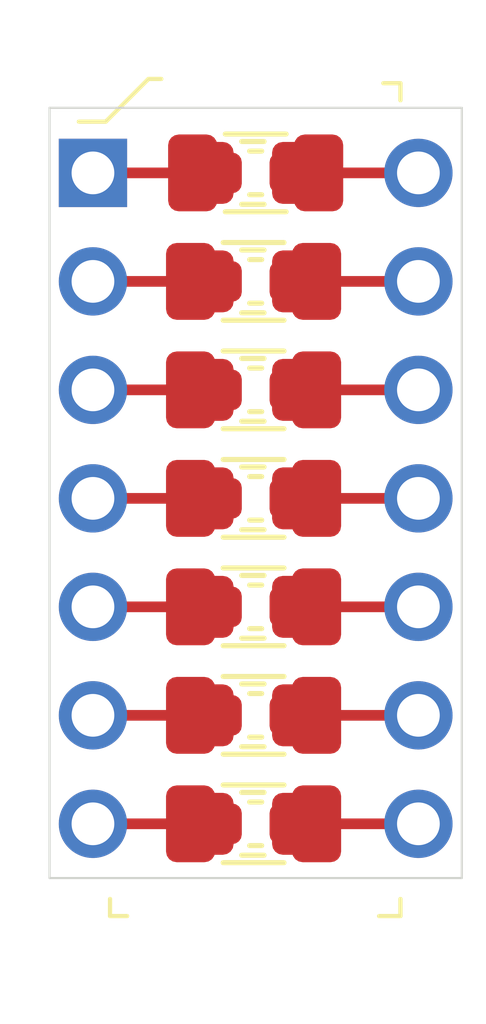
<source format=kicad_pcb>
(kicad_pcb (version 20171130) (host pcbnew 5.1.7-1.fc32)

  (general
    (thickness 1.6)
    (drawings 4)
    (tracks 14)
    (zones 0)
    (modules 22)
    (nets 1)
  )

  (page A4)
  (layers
    (0 F.Cu signal)
    (31 B.Cu signal)
    (32 B.Adhes user)
    (33 F.Adhes user)
    (34 B.Paste user)
    (35 F.Paste user)
    (36 B.SilkS user)
    (37 F.SilkS user)
    (38 B.Mask user)
    (39 F.Mask user)
    (40 Dwgs.User user)
    (41 Cmts.User user)
    (42 Eco1.User user)
    (43 Eco2.User user)
    (44 Edge.Cuts user)
    (45 Margin user)
    (46 B.CrtYd user)
    (47 F.CrtYd user)
    (48 B.Fab user)
    (49 F.Fab user)
  )

  (setup
    (last_trace_width 0.25)
    (trace_clearance 0.2)
    (zone_clearance 0.508)
    (zone_45_only no)
    (trace_min 0.2)
    (via_size 0.8)
    (via_drill 0.4)
    (via_min_size 0.4)
    (via_min_drill 0.3)
    (uvia_size 0.3)
    (uvia_drill 0.1)
    (uvias_allowed no)
    (uvia_min_size 0.2)
    (uvia_min_drill 0.1)
    (edge_width 0.05)
    (segment_width 0.2)
    (pcb_text_width 0.3)
    (pcb_text_size 1.5 1.5)
    (mod_edge_width 0.12)
    (mod_text_size 1 1)
    (mod_text_width 0.15)
    (pad_size 1.524 1.524)
    (pad_drill 0.762)
    (pad_to_mask_clearance 0.05)
    (aux_axis_origin 0 0)
    (visible_elements FFFFFF7F)
    (pcbplotparams
      (layerselection 0x010fc_ffffffff)
      (usegerberextensions false)
      (usegerberattributes true)
      (usegerberadvancedattributes true)
      (creategerberjobfile true)
      (excludeedgelayer true)
      (linewidth 0.100000)
      (plotframeref false)
      (viasonmask false)
      (mode 1)
      (useauxorigin false)
      (hpglpennumber 1)
      (hpglpenspeed 20)
      (hpglpendiameter 15.000000)
      (psnegative false)
      (psa4output false)
      (plotreference true)
      (plotvalue true)
      (plotinvisibletext false)
      (padsonsilk false)
      (subtractmaskfromsilk false)
      (outputformat 1)
      (mirror false)
      (drillshape 1)
      (scaleselection 1)
      (outputdirectory ""))
  )

  (net 0 "")

  (net_class Default "This is the default net class."
    (clearance 0.2)
    (trace_width 0.25)
    (via_dia 0.8)
    (via_drill 0.4)
    (uvia_dia 0.3)
    (uvia_drill 0.1)
  )

  (module Capacitor_SMD:C_1206_3216Metric (layer F.Cu) (tedit 5F68FEEE) (tstamp 5F8CE98D)
    (at 151.335 58.42)
    (descr "Capacitor SMD 1206 (3216 Metric), square (rectangular) end terminal, IPC_7351 nominal, (Body size source: IPC-SM-782 page 76, https://www.pcb-3d.com/wordpress/wp-content/uploads/ipc-sm-782a_amendment_1_and_2.pdf), generated with kicad-footprint-generator")
    (tags capacitor)
    (attr smd)
    (fp_text reference " " (at 0 -1.85) (layer F.SilkS)
      (effects (font (size 1 1) (thickness 0.15)))
    )
    (fp_text value " " (at 0 1.85) (layer F.Fab)
      (effects (font (size 1 1) (thickness 0.15)))
    )
    (fp_line (start -1.6 0.8) (end -1.6 -0.8) (layer F.Fab) (width 0.1))
    (fp_line (start -1.6 -0.8) (end 1.6 -0.8) (layer F.Fab) (width 0.1))
    (fp_line (start 1.6 -0.8) (end 1.6 0.8) (layer F.Fab) (width 0.1))
    (fp_line (start 1.6 0.8) (end -1.6 0.8) (layer F.Fab) (width 0.1))
    (fp_line (start -0.711252 -0.91) (end 0.711252 -0.91) (layer F.SilkS) (width 0.12))
    (fp_line (start -0.711252 0.91) (end 0.711252 0.91) (layer F.SilkS) (width 0.12))
    (fp_line (start -2.3 1.15) (end -2.3 -1.15) (layer F.CrtYd) (width 0.05))
    (fp_line (start -2.3 -1.15) (end 2.3 -1.15) (layer F.CrtYd) (width 0.05))
    (fp_line (start 2.3 -1.15) (end 2.3 1.15) (layer F.CrtYd) (width 0.05))
    (fp_line (start 2.3 1.15) (end -2.3 1.15) (layer F.CrtYd) (width 0.05))
    (fp_text user %R (at 0 0) (layer F.Fab)
      (effects (font (size 0.8 0.8) (thickness 0.12)))
    )
    (pad 2 smd roundrect (at 1.475 0) (size 1.15 1.8) (layers F.Cu F.Paste F.Mask) (roundrect_rratio 0.217391))
    (pad 1 smd roundrect (at -1.475 0) (size 1.15 1.8) (layers F.Cu F.Paste F.Mask) (roundrect_rratio 0.217391))
    (model ${KISYS3DMOD}/Capacitor_SMD.3dshapes/C_1206_3216Metric.wrl
      (at (xyz 0 0 0))
      (scale (xyz 1 1 1))
      (rotate (xyz 0 0 0))
    )
  )

  (module Capacitor_SMD:C_0805_2012Metric (layer F.Cu) (tedit 5F68FEEE) (tstamp 5F8CE97D)
    (at 151.318 58.42)
    (descr "Capacitor SMD 0805 (2012 Metric), square (rectangular) end terminal, IPC_7351 nominal, (Body size source: IPC-SM-782 page 76, https://www.pcb-3d.com/wordpress/wp-content/uploads/ipc-sm-782a_amendment_1_and_2.pdf, https://docs.google.com/spreadsheets/d/1BsfQQcO9C6DZCsRaXUlFlo91Tg2WpOkGARC1WS5S8t0/edit?usp=sharing), generated with kicad-footprint-generator")
    (tags capacitor)
    (attr smd)
    (fp_text reference " " (at 0 -1.68) (layer F.SilkS)
      (effects (font (size 1 1) (thickness 0.15)))
    )
    (fp_text value " " (at 0 1.68) (layer F.Fab)
      (effects (font (size 1 1) (thickness 0.15)))
    )
    (fp_line (start -1 0.625) (end -1 -0.625) (layer F.Fab) (width 0.1))
    (fp_line (start -1 -0.625) (end 1 -0.625) (layer F.Fab) (width 0.1))
    (fp_line (start 1 -0.625) (end 1 0.625) (layer F.Fab) (width 0.1))
    (fp_line (start 1 0.625) (end -1 0.625) (layer F.Fab) (width 0.1))
    (fp_line (start -0.261252 -0.735) (end 0.261252 -0.735) (layer F.SilkS) (width 0.12))
    (fp_line (start -0.261252 0.735) (end 0.261252 0.735) (layer F.SilkS) (width 0.12))
    (fp_line (start -1.7 0.98) (end -1.7 -0.98) (layer F.CrtYd) (width 0.05))
    (fp_line (start -1.7 -0.98) (end 1.7 -0.98) (layer F.CrtYd) (width 0.05))
    (fp_line (start 1.7 -0.98) (end 1.7 0.98) (layer F.CrtYd) (width 0.05))
    (fp_line (start 1.7 0.98) (end -1.7 0.98) (layer F.CrtYd) (width 0.05))
    (fp_text user %R (at 0 0) (layer F.Fab)
      (effects (font (size 0.5 0.5) (thickness 0.08)))
    )
    (pad 2 smd roundrect (at 0.95 0) (size 1 1.45) (layers F.Cu F.Paste F.Mask) (roundrect_rratio 0.25))
    (pad 1 smd roundrect (at -0.95 0) (size 1 1.45) (layers F.Cu F.Paste F.Mask) (roundrect_rratio 0.25))
    (model ${KISYS3DMOD}/Capacitor_SMD.3dshapes/C_0805_2012Metric.wrl
      (at (xyz 0 0 0))
      (scale (xyz 1 1 1))
      (rotate (xyz 0 0 0))
    )
  )

  (module Capacitor_SMD:C_0603_1608Metric (layer F.Cu) (tedit 5F68FEEE) (tstamp 5F8CE96D)
    (at 151.384 58.42)
    (descr "Capacitor SMD 0603 (1608 Metric), square (rectangular) end terminal, IPC_7351 nominal, (Body size source: IPC-SM-782 page 76, https://www.pcb-3d.com/wordpress/wp-content/uploads/ipc-sm-782a_amendment_1_and_2.pdf), generated with kicad-footprint-generator")
    (tags capacitor)
    (attr smd)
    (fp_text reference " " (at 0 -1.43) (layer F.SilkS)
      (effects (font (size 1 1) (thickness 0.15)))
    )
    (fp_text value " " (at 0 1.43) (layer F.Fab)
      (effects (font (size 1 1) (thickness 0.15)))
    )
    (fp_line (start -0.8 0.4) (end -0.8 -0.4) (layer F.Fab) (width 0.1))
    (fp_line (start -0.8 -0.4) (end 0.8 -0.4) (layer F.Fab) (width 0.1))
    (fp_line (start 0.8 -0.4) (end 0.8 0.4) (layer F.Fab) (width 0.1))
    (fp_line (start 0.8 0.4) (end -0.8 0.4) (layer F.Fab) (width 0.1))
    (fp_line (start -0.14058 -0.51) (end 0.14058 -0.51) (layer F.SilkS) (width 0.12))
    (fp_line (start -0.14058 0.51) (end 0.14058 0.51) (layer F.SilkS) (width 0.12))
    (fp_line (start -1.48 0.73) (end -1.48 -0.73) (layer F.CrtYd) (width 0.05))
    (fp_line (start -1.48 -0.73) (end 1.48 -0.73) (layer F.CrtYd) (width 0.05))
    (fp_line (start 1.48 -0.73) (end 1.48 0.73) (layer F.CrtYd) (width 0.05))
    (fp_line (start 1.48 0.73) (end -1.48 0.73) (layer F.CrtYd) (width 0.05))
    (fp_text user %R (at 0 0) (layer F.Fab)
      (effects (font (size 0.4 0.4) (thickness 0.06)))
    )
    (pad 2 smd roundrect (at 0.775 0) (size 0.9 0.95) (layers F.Cu F.Paste F.Mask) (roundrect_rratio 0.25))
    (pad 1 smd roundrect (at -0.775 0) (size 0.9 0.95) (layers F.Cu F.Paste F.Mask) (roundrect_rratio 0.25))
    (model ${KISYS3DMOD}/Capacitor_SMD.3dshapes/C_0603_1608Metric.wrl
      (at (xyz 0 0 0))
      (scale (xyz 1 1 1))
      (rotate (xyz 0 0 0))
    )
  )

  (module Capacitor_SMD:C_1206_3216Metric (layer F.Cu) (tedit 5F68FEEE) (tstamp 5F8CE929)
    (at 151.335 55.88)
    (descr "Capacitor SMD 1206 (3216 Metric), square (rectangular) end terminal, IPC_7351 nominal, (Body size source: IPC-SM-782 page 76, https://www.pcb-3d.com/wordpress/wp-content/uploads/ipc-sm-782a_amendment_1_and_2.pdf), generated with kicad-footprint-generator")
    (tags capacitor)
    (attr smd)
    (fp_text reference " " (at 0 -1.85) (layer F.SilkS)
      (effects (font (size 1 1) (thickness 0.15)))
    )
    (fp_text value " " (at 0 1.85) (layer F.Fab)
      (effects (font (size 1 1) (thickness 0.15)))
    )
    (fp_line (start -1.6 0.8) (end -1.6 -0.8) (layer F.Fab) (width 0.1))
    (fp_line (start -1.6 -0.8) (end 1.6 -0.8) (layer F.Fab) (width 0.1))
    (fp_line (start 1.6 -0.8) (end 1.6 0.8) (layer F.Fab) (width 0.1))
    (fp_line (start 1.6 0.8) (end -1.6 0.8) (layer F.Fab) (width 0.1))
    (fp_line (start -0.711252 -0.91) (end 0.711252 -0.91) (layer F.SilkS) (width 0.12))
    (fp_line (start -0.711252 0.91) (end 0.711252 0.91) (layer F.SilkS) (width 0.12))
    (fp_line (start -2.3 1.15) (end -2.3 -1.15) (layer F.CrtYd) (width 0.05))
    (fp_line (start -2.3 -1.15) (end 2.3 -1.15) (layer F.CrtYd) (width 0.05))
    (fp_line (start 2.3 -1.15) (end 2.3 1.15) (layer F.CrtYd) (width 0.05))
    (fp_line (start 2.3 1.15) (end -2.3 1.15) (layer F.CrtYd) (width 0.05))
    (fp_text user %R (at 0 0) (layer F.Fab)
      (effects (font (size 0.8 0.8) (thickness 0.12)))
    )
    (pad 2 smd roundrect (at 1.475 0) (size 1.15 1.8) (layers F.Cu F.Paste F.Mask) (roundrect_rratio 0.217391))
    (pad 1 smd roundrect (at -1.475 0) (size 1.15 1.8) (layers F.Cu F.Paste F.Mask) (roundrect_rratio 0.217391))
    (model ${KISYS3DMOD}/Capacitor_SMD.3dshapes/C_1206_3216Metric.wrl
      (at (xyz 0 0 0))
      (scale (xyz 1 1 1))
      (rotate (xyz 0 0 0))
    )
  )

  (module Capacitor_SMD:C_0805_2012Metric (layer F.Cu) (tedit 5F68FEEE) (tstamp 5F8CE919)
    (at 151.318 55.88)
    (descr "Capacitor SMD 0805 (2012 Metric), square (rectangular) end terminal, IPC_7351 nominal, (Body size source: IPC-SM-782 page 76, https://www.pcb-3d.com/wordpress/wp-content/uploads/ipc-sm-782a_amendment_1_and_2.pdf, https://docs.google.com/spreadsheets/d/1BsfQQcO9C6DZCsRaXUlFlo91Tg2WpOkGARC1WS5S8t0/edit?usp=sharing), generated with kicad-footprint-generator")
    (tags capacitor)
    (attr smd)
    (fp_text reference " " (at 0 -1.68) (layer F.SilkS)
      (effects (font (size 1 1) (thickness 0.15)))
    )
    (fp_text value " " (at 0 1.68) (layer F.Fab)
      (effects (font (size 1 1) (thickness 0.15)))
    )
    (fp_line (start -1 0.625) (end -1 -0.625) (layer F.Fab) (width 0.1))
    (fp_line (start -1 -0.625) (end 1 -0.625) (layer F.Fab) (width 0.1))
    (fp_line (start 1 -0.625) (end 1 0.625) (layer F.Fab) (width 0.1))
    (fp_line (start 1 0.625) (end -1 0.625) (layer F.Fab) (width 0.1))
    (fp_line (start -0.261252 -0.735) (end 0.261252 -0.735) (layer F.SilkS) (width 0.12))
    (fp_line (start -0.261252 0.735) (end 0.261252 0.735) (layer F.SilkS) (width 0.12))
    (fp_line (start -1.7 0.98) (end -1.7 -0.98) (layer F.CrtYd) (width 0.05))
    (fp_line (start -1.7 -0.98) (end 1.7 -0.98) (layer F.CrtYd) (width 0.05))
    (fp_line (start 1.7 -0.98) (end 1.7 0.98) (layer F.CrtYd) (width 0.05))
    (fp_line (start 1.7 0.98) (end -1.7 0.98) (layer F.CrtYd) (width 0.05))
    (fp_text user %R (at 0 0) (layer F.Fab)
      (effects (font (size 0.5 0.5) (thickness 0.08)))
    )
    (pad 2 smd roundrect (at 0.95 0) (size 1 1.45) (layers F.Cu F.Paste F.Mask) (roundrect_rratio 0.25))
    (pad 1 smd roundrect (at -0.95 0) (size 1 1.45) (layers F.Cu F.Paste F.Mask) (roundrect_rratio 0.25))
    (model ${KISYS3DMOD}/Capacitor_SMD.3dshapes/C_0805_2012Metric.wrl
      (at (xyz 0 0 0))
      (scale (xyz 1 1 1))
      (rotate (xyz 0 0 0))
    )
  )

  (module Capacitor_SMD:C_0603_1608Metric (layer F.Cu) (tedit 5F68FEEE) (tstamp 5F8CE909)
    (at 151.384 55.88)
    (descr "Capacitor SMD 0603 (1608 Metric), square (rectangular) end terminal, IPC_7351 nominal, (Body size source: IPC-SM-782 page 76, https://www.pcb-3d.com/wordpress/wp-content/uploads/ipc-sm-782a_amendment_1_and_2.pdf), generated with kicad-footprint-generator")
    (tags capacitor)
    (attr smd)
    (fp_text reference " " (at 0 -1.43) (layer F.SilkS)
      (effects (font (size 1 1) (thickness 0.15)))
    )
    (fp_text value " " (at 0 1.43) (layer F.Fab)
      (effects (font (size 1 1) (thickness 0.15)))
    )
    (fp_line (start -0.8 0.4) (end -0.8 -0.4) (layer F.Fab) (width 0.1))
    (fp_line (start -0.8 -0.4) (end 0.8 -0.4) (layer F.Fab) (width 0.1))
    (fp_line (start 0.8 -0.4) (end 0.8 0.4) (layer F.Fab) (width 0.1))
    (fp_line (start 0.8 0.4) (end -0.8 0.4) (layer F.Fab) (width 0.1))
    (fp_line (start -0.14058 -0.51) (end 0.14058 -0.51) (layer F.SilkS) (width 0.12))
    (fp_line (start -0.14058 0.51) (end 0.14058 0.51) (layer F.SilkS) (width 0.12))
    (fp_line (start -1.48 0.73) (end -1.48 -0.73) (layer F.CrtYd) (width 0.05))
    (fp_line (start -1.48 -0.73) (end 1.48 -0.73) (layer F.CrtYd) (width 0.05))
    (fp_line (start 1.48 -0.73) (end 1.48 0.73) (layer F.CrtYd) (width 0.05))
    (fp_line (start 1.48 0.73) (end -1.48 0.73) (layer F.CrtYd) (width 0.05))
    (fp_text user %R (at 0 0) (layer F.Fab)
      (effects (font (size 0.4 0.4) (thickness 0.06)))
    )
    (pad 2 smd roundrect (at 0.775 0) (size 0.9 0.95) (layers F.Cu F.Paste F.Mask) (roundrect_rratio 0.25))
    (pad 1 smd roundrect (at -0.775 0) (size 0.9 0.95) (layers F.Cu F.Paste F.Mask) (roundrect_rratio 0.25))
    (model ${KISYS3DMOD}/Capacitor_SMD.3dshapes/C_0603_1608Metric.wrl
      (at (xyz 0 0 0))
      (scale (xyz 1 1 1))
      (rotate (xyz 0 0 0))
    )
  )

  (module Capacitor_SMD:C_1206_3216Metric (layer F.Cu) (tedit 5F68FEEE) (tstamp 5F8CE8C5)
    (at 151.335 53.34)
    (descr "Capacitor SMD 1206 (3216 Metric), square (rectangular) end terminal, IPC_7351 nominal, (Body size source: IPC-SM-782 page 76, https://www.pcb-3d.com/wordpress/wp-content/uploads/ipc-sm-782a_amendment_1_and_2.pdf), generated with kicad-footprint-generator")
    (tags capacitor)
    (attr smd)
    (fp_text reference " " (at 0 -1.85) (layer F.SilkS)
      (effects (font (size 1 1) (thickness 0.15)))
    )
    (fp_text value " " (at 0 1.85) (layer F.Fab)
      (effects (font (size 1 1) (thickness 0.15)))
    )
    (fp_line (start -1.6 0.8) (end -1.6 -0.8) (layer F.Fab) (width 0.1))
    (fp_line (start -1.6 -0.8) (end 1.6 -0.8) (layer F.Fab) (width 0.1))
    (fp_line (start 1.6 -0.8) (end 1.6 0.8) (layer F.Fab) (width 0.1))
    (fp_line (start 1.6 0.8) (end -1.6 0.8) (layer F.Fab) (width 0.1))
    (fp_line (start -0.711252 -0.91) (end 0.711252 -0.91) (layer F.SilkS) (width 0.12))
    (fp_line (start -0.711252 0.91) (end 0.711252 0.91) (layer F.SilkS) (width 0.12))
    (fp_line (start -2.3 1.15) (end -2.3 -1.15) (layer F.CrtYd) (width 0.05))
    (fp_line (start -2.3 -1.15) (end 2.3 -1.15) (layer F.CrtYd) (width 0.05))
    (fp_line (start 2.3 -1.15) (end 2.3 1.15) (layer F.CrtYd) (width 0.05))
    (fp_line (start 2.3 1.15) (end -2.3 1.15) (layer F.CrtYd) (width 0.05))
    (fp_text user %R (at 0 0) (layer F.Fab)
      (effects (font (size 0.8 0.8) (thickness 0.12)))
    )
    (pad 2 smd roundrect (at 1.475 0) (size 1.15 1.8) (layers F.Cu F.Paste F.Mask) (roundrect_rratio 0.217391))
    (pad 1 smd roundrect (at -1.475 0) (size 1.15 1.8) (layers F.Cu F.Paste F.Mask) (roundrect_rratio 0.217391))
    (model ${KISYS3DMOD}/Capacitor_SMD.3dshapes/C_1206_3216Metric.wrl
      (at (xyz 0 0 0))
      (scale (xyz 1 1 1))
      (rotate (xyz 0 0 0))
    )
  )

  (module Capacitor_SMD:C_0805_2012Metric (layer F.Cu) (tedit 5F68FEEE) (tstamp 5F8CE8B5)
    (at 151.318 53.34)
    (descr "Capacitor SMD 0805 (2012 Metric), square (rectangular) end terminal, IPC_7351 nominal, (Body size source: IPC-SM-782 page 76, https://www.pcb-3d.com/wordpress/wp-content/uploads/ipc-sm-782a_amendment_1_and_2.pdf, https://docs.google.com/spreadsheets/d/1BsfQQcO9C6DZCsRaXUlFlo91Tg2WpOkGARC1WS5S8t0/edit?usp=sharing), generated with kicad-footprint-generator")
    (tags capacitor)
    (attr smd)
    (fp_text reference " " (at 0 -1.68) (layer F.SilkS)
      (effects (font (size 1 1) (thickness 0.15)))
    )
    (fp_text value " " (at 0 1.68) (layer F.Fab)
      (effects (font (size 1 1) (thickness 0.15)))
    )
    (fp_line (start -1 0.625) (end -1 -0.625) (layer F.Fab) (width 0.1))
    (fp_line (start -1 -0.625) (end 1 -0.625) (layer F.Fab) (width 0.1))
    (fp_line (start 1 -0.625) (end 1 0.625) (layer F.Fab) (width 0.1))
    (fp_line (start 1 0.625) (end -1 0.625) (layer F.Fab) (width 0.1))
    (fp_line (start -0.261252 -0.735) (end 0.261252 -0.735) (layer F.SilkS) (width 0.12))
    (fp_line (start -0.261252 0.735) (end 0.261252 0.735) (layer F.SilkS) (width 0.12))
    (fp_line (start -1.7 0.98) (end -1.7 -0.98) (layer F.CrtYd) (width 0.05))
    (fp_line (start -1.7 -0.98) (end 1.7 -0.98) (layer F.CrtYd) (width 0.05))
    (fp_line (start 1.7 -0.98) (end 1.7 0.98) (layer F.CrtYd) (width 0.05))
    (fp_line (start 1.7 0.98) (end -1.7 0.98) (layer F.CrtYd) (width 0.05))
    (fp_text user %R (at 0 0) (layer F.Fab)
      (effects (font (size 0.5 0.5) (thickness 0.08)))
    )
    (pad 2 smd roundrect (at 0.95 0) (size 1 1.45) (layers F.Cu F.Paste F.Mask) (roundrect_rratio 0.25))
    (pad 1 smd roundrect (at -0.95 0) (size 1 1.45) (layers F.Cu F.Paste F.Mask) (roundrect_rratio 0.25))
    (model ${KISYS3DMOD}/Capacitor_SMD.3dshapes/C_0805_2012Metric.wrl
      (at (xyz 0 0 0))
      (scale (xyz 1 1 1))
      (rotate (xyz 0 0 0))
    )
  )

  (module Capacitor_SMD:C_0603_1608Metric (layer F.Cu) (tedit 5F68FEEE) (tstamp 5F8CE8A5)
    (at 151.384 53.34)
    (descr "Capacitor SMD 0603 (1608 Metric), square (rectangular) end terminal, IPC_7351 nominal, (Body size source: IPC-SM-782 page 76, https://www.pcb-3d.com/wordpress/wp-content/uploads/ipc-sm-782a_amendment_1_and_2.pdf), generated with kicad-footprint-generator")
    (tags capacitor)
    (attr smd)
    (fp_text reference " " (at 0 -1.43) (layer F.SilkS)
      (effects (font (size 1 1) (thickness 0.15)))
    )
    (fp_text value " " (at 0 1.43) (layer F.Fab)
      (effects (font (size 1 1) (thickness 0.15)))
    )
    (fp_line (start -0.8 0.4) (end -0.8 -0.4) (layer F.Fab) (width 0.1))
    (fp_line (start -0.8 -0.4) (end 0.8 -0.4) (layer F.Fab) (width 0.1))
    (fp_line (start 0.8 -0.4) (end 0.8 0.4) (layer F.Fab) (width 0.1))
    (fp_line (start 0.8 0.4) (end -0.8 0.4) (layer F.Fab) (width 0.1))
    (fp_line (start -0.14058 -0.51) (end 0.14058 -0.51) (layer F.SilkS) (width 0.12))
    (fp_line (start -0.14058 0.51) (end 0.14058 0.51) (layer F.SilkS) (width 0.12))
    (fp_line (start -1.48 0.73) (end -1.48 -0.73) (layer F.CrtYd) (width 0.05))
    (fp_line (start -1.48 -0.73) (end 1.48 -0.73) (layer F.CrtYd) (width 0.05))
    (fp_line (start 1.48 -0.73) (end 1.48 0.73) (layer F.CrtYd) (width 0.05))
    (fp_line (start 1.48 0.73) (end -1.48 0.73) (layer F.CrtYd) (width 0.05))
    (fp_text user %R (at 0 0) (layer F.Fab)
      (effects (font (size 0.4 0.4) (thickness 0.06)))
    )
    (pad 2 smd roundrect (at 0.775 0) (size 0.9 0.95) (layers F.Cu F.Paste F.Mask) (roundrect_rratio 0.25))
    (pad 1 smd roundrect (at -0.775 0) (size 0.9 0.95) (layers F.Cu F.Paste F.Mask) (roundrect_rratio 0.25))
    (model ${KISYS3DMOD}/Capacitor_SMD.3dshapes/C_0603_1608Metric.wrl
      (at (xyz 0 0 0))
      (scale (xyz 1 1 1))
      (rotate (xyz 0 0 0))
    )
  )

  (module digikey-footprints:DIP-14_W3mm (layer F.Cu) (tedit 596E717A) (tstamp 5F8CEA3F)
    (at 147.574 43.18)
    (fp_text reference " " (at 3.94 -3.2) (layer F.SilkS)
      (effects (font (size 1 1) (thickness 0.15)))
    )
    (fp_text value DIP-14_W3mm (at 3.52 19.09) (layer F.Fab)
      (effects (font (size 1 1) (thickness 0.15)))
    )
    (fp_text user REF** (at 3.86 7.77) (layer F.Fab)
      (effects (font (size 1 1) (thickness 0.1)))
    )
    (fp_line (start -0.08 -1.2) (end -0.33 -1.2) (layer F.SilkS) (width 0.1))
    (fp_line (start 0.3 -1.2) (end -0.07 -1.2) (layer F.SilkS) (width 0.1))
    (fp_line (start -1.05 -2.25) (end 8.67 -2.25) (layer F.CrtYd) (width 0.1))
    (fp_line (start -1.05 17.55) (end 8.67 17.55) (layer F.CrtYd) (width 0.1))
    (fp_line (start 8.67 17.55) (end 8.67 -2.25) (layer F.CrtYd) (width 0.1))
    (fp_line (start -1.05 -2.25) (end -1.05 17.55) (layer F.CrtYd) (width 0.1))
    (fp_line (start 1.6 -2.2) (end 1.3 -2.2) (layer F.SilkS) (width 0.1))
    (fp_line (start 1.3 -2.2) (end 0.3 -1.2) (layer F.SilkS) (width 0.1))
    (fp_line (start 7.2 -1.7) (end 7.2 -2.1) (layer F.SilkS) (width 0.1))
    (fp_line (start 7.2 -2.1) (end 6.8 -2.1) (layer F.SilkS) (width 0.1))
    (fp_line (start 6.7 17.4) (end 7.2 17.4) (layer F.SilkS) (width 0.1))
    (fp_line (start 7.2 17.4) (end 7.2 17) (layer F.SilkS) (width 0.1))
    (fp_line (start 0.4 17) (end 0.4 17.4) (layer F.SilkS) (width 0.1))
    (fp_line (start 0.4 17.4) (end 0.8 17.4) (layer F.SilkS) (width 0.1))
    (fp_line (start 0.5 -1.1) (end 0.5 17.3) (layer F.Fab) (width 0.1))
    (fp_line (start 1.4 -2) (end 7.1 -2) (layer F.Fab) (width 0.1))
    (fp_line (start 0.5 -1.1) (end 1.4 -2) (layer F.Fab) (width 0.1))
    (fp_line (start 0.5 17.3) (end 7.1 17.3) (layer F.Fab) (width 0.1))
    (fp_line (start 7.1 -2) (end 7.1 17.3) (layer F.Fab) (width 0.1))
    (pad 14 thru_hole circle (at 7.62 0) (size 1.6 1.6) (drill 1) (layers *.Cu *.Mask))
    (pad 13 thru_hole circle (at 7.62 2.54) (size 1.6 1.6) (drill 1) (layers *.Cu *.Mask))
    (pad 12 thru_hole circle (at 7.62 5.08) (size 1.6 1.6) (drill 1) (layers *.Cu *.Mask))
    (pad 11 thru_hole circle (at 7.62 7.62) (size 1.6 1.6) (drill 1) (layers *.Cu *.Mask))
    (pad 10 thru_hole circle (at 7.62 10.16) (size 1.6 1.6) (drill 1) (layers *.Cu *.Mask))
    (pad 9 thru_hole circle (at 7.62 12.7) (size 1.6 1.6) (drill 1) (layers *.Cu *.Mask))
    (pad 8 thru_hole circle (at 7.62 15.24) (size 1.6 1.6) (drill 1) (layers *.Cu *.Mask))
    (pad 7 thru_hole circle (at 0 15.24) (size 1.6 1.6) (drill 1) (layers *.Cu *.Mask))
    (pad 6 thru_hole circle (at 0 12.7) (size 1.6 1.6) (drill 1) (layers *.Cu *.Mask))
    (pad 5 thru_hole circle (at 0 10.16) (size 1.6 1.6) (drill 1) (layers *.Cu *.Mask))
    (pad 4 thru_hole circle (at 0 7.62) (size 1.6 1.6) (drill 1) (layers *.Cu *.Mask))
    (pad 3 thru_hole circle (at 0 5.08) (size 1.6 1.6) (drill 1) (layers *.Cu *.Mask))
    (pad 2 thru_hole circle (at 0 2.54) (size 1.6 1.6) (drill 1) (layers *.Cu *.Mask))
    (pad 1 thru_hole rect (at 0 0) (size 1.6 1.6) (drill 1) (layers *.Cu *.Mask))
  )

  (module Capacitor_SMD:C_1206_3216Metric (layer F.Cu) (tedit 5F68FEEE) (tstamp 5F731E4D)
    (at 151.384 43.18)
    (descr "Capacitor SMD 1206 (3216 Metric), square (rectangular) end terminal, IPC_7351 nominal, (Body size source: IPC-SM-782 page 76, https://www.pcb-3d.com/wordpress/wp-content/uploads/ipc-sm-782a_amendment_1_and_2.pdf), generated with kicad-footprint-generator")
    (tags capacitor)
    (attr smd)
    (fp_text reference " " (at 0 -1.85) (layer F.SilkS)
      (effects (font (size 1 1) (thickness 0.15)))
    )
    (fp_text value " " (at 0 1.85) (layer F.Fab)
      (effects (font (size 1 1) (thickness 0.15)))
    )
    (fp_line (start 2.3 1.15) (end -2.3 1.15) (layer F.CrtYd) (width 0.05))
    (fp_line (start 2.3 -1.15) (end 2.3 1.15) (layer F.CrtYd) (width 0.05))
    (fp_line (start -2.3 -1.15) (end 2.3 -1.15) (layer F.CrtYd) (width 0.05))
    (fp_line (start -2.3 1.15) (end -2.3 -1.15) (layer F.CrtYd) (width 0.05))
    (fp_line (start -0.711252 0.91) (end 0.711252 0.91) (layer F.SilkS) (width 0.12))
    (fp_line (start -0.711252 -0.91) (end 0.711252 -0.91) (layer F.SilkS) (width 0.12))
    (fp_line (start 1.6 0.8) (end -1.6 0.8) (layer F.Fab) (width 0.1))
    (fp_line (start 1.6 -0.8) (end 1.6 0.8) (layer F.Fab) (width 0.1))
    (fp_line (start -1.6 -0.8) (end 1.6 -0.8) (layer F.Fab) (width 0.1))
    (fp_line (start -1.6 0.8) (end -1.6 -0.8) (layer F.Fab) (width 0.1))
    (fp_text user %R (at 0 0) (layer F.Fab)
      (effects (font (size 0.8 0.8) (thickness 0.12)))
    )
    (pad 1 smd roundrect (at -1.475 0) (size 1.15 1.8) (layers F.Cu F.Paste F.Mask) (roundrect_rratio 0.217391))
    (pad 2 smd roundrect (at 1.475 0) (size 1.15 1.8) (layers F.Cu F.Paste F.Mask) (roundrect_rratio 0.217391))
    (model ${KISYS3DMOD}/Capacitor_SMD.3dshapes/C_1206_3216Metric.wrl
      (at (xyz 0 0 0))
      (scale (xyz 1 1 1))
      (rotate (xyz 0 0 0))
    )
  )

  (module Capacitor_SMD:C_1206_3216Metric (layer F.Cu) (tedit 5F68FEEE) (tstamp 5F731E2D)
    (at 151.335 50.8)
    (descr "Capacitor SMD 1206 (3216 Metric), square (rectangular) end terminal, IPC_7351 nominal, (Body size source: IPC-SM-782 page 76, https://www.pcb-3d.com/wordpress/wp-content/uploads/ipc-sm-782a_amendment_1_and_2.pdf), generated with kicad-footprint-generator")
    (tags capacitor)
    (attr smd)
    (fp_text reference " " (at 0 -1.85) (layer F.SilkS)
      (effects (font (size 1 1) (thickness 0.15)))
    )
    (fp_text value " " (at 0 1.85) (layer F.Fab)
      (effects (font (size 1 1) (thickness 0.15)))
    )
    (fp_line (start -1.6 0.8) (end -1.6 -0.8) (layer F.Fab) (width 0.1))
    (fp_line (start -1.6 -0.8) (end 1.6 -0.8) (layer F.Fab) (width 0.1))
    (fp_line (start 1.6 -0.8) (end 1.6 0.8) (layer F.Fab) (width 0.1))
    (fp_line (start 1.6 0.8) (end -1.6 0.8) (layer F.Fab) (width 0.1))
    (fp_line (start -0.711252 -0.91) (end 0.711252 -0.91) (layer F.SilkS) (width 0.12))
    (fp_line (start -0.711252 0.91) (end 0.711252 0.91) (layer F.SilkS) (width 0.12))
    (fp_line (start -2.3 1.15) (end -2.3 -1.15) (layer F.CrtYd) (width 0.05))
    (fp_line (start -2.3 -1.15) (end 2.3 -1.15) (layer F.CrtYd) (width 0.05))
    (fp_line (start 2.3 -1.15) (end 2.3 1.15) (layer F.CrtYd) (width 0.05))
    (fp_line (start 2.3 1.15) (end -2.3 1.15) (layer F.CrtYd) (width 0.05))
    (fp_text user %R (at 0 0) (layer F.Fab)
      (effects (font (size 0.8 0.8) (thickness 0.12)))
    )
    (pad 2 smd roundrect (at 1.475 0) (size 1.15 1.8) (layers F.Cu F.Paste F.Mask) (roundrect_rratio 0.217391))
    (pad 1 smd roundrect (at -1.475 0) (size 1.15 1.8) (layers F.Cu F.Paste F.Mask) (roundrect_rratio 0.217391))
    (model ${KISYS3DMOD}/Capacitor_SMD.3dshapes/C_1206_3216Metric.wrl
      (at (xyz 0 0 0))
      (scale (xyz 1 1 1))
      (rotate (xyz 0 0 0))
    )
  )

  (module Capacitor_SMD:C_1206_3216Metric (layer F.Cu) (tedit 5F68FEEE) (tstamp 5F731E0D)
    (at 151.335 48.26)
    (descr "Capacitor SMD 1206 (3216 Metric), square (rectangular) end terminal, IPC_7351 nominal, (Body size source: IPC-SM-782 page 76, https://www.pcb-3d.com/wordpress/wp-content/uploads/ipc-sm-782a_amendment_1_and_2.pdf), generated with kicad-footprint-generator")
    (tags capacitor)
    (attr smd)
    (fp_text reference " " (at 0 -1.85) (layer F.SilkS)
      (effects (font (size 1 1) (thickness 0.15)))
    )
    (fp_text value " " (at 0 1.85) (layer F.Fab)
      (effects (font (size 1 1) (thickness 0.15)))
    )
    (fp_line (start 2.3 1.15) (end -2.3 1.15) (layer F.CrtYd) (width 0.05))
    (fp_line (start 2.3 -1.15) (end 2.3 1.15) (layer F.CrtYd) (width 0.05))
    (fp_line (start -2.3 -1.15) (end 2.3 -1.15) (layer F.CrtYd) (width 0.05))
    (fp_line (start -2.3 1.15) (end -2.3 -1.15) (layer F.CrtYd) (width 0.05))
    (fp_line (start -0.711252 0.91) (end 0.711252 0.91) (layer F.SilkS) (width 0.12))
    (fp_line (start -0.711252 -0.91) (end 0.711252 -0.91) (layer F.SilkS) (width 0.12))
    (fp_line (start 1.6 0.8) (end -1.6 0.8) (layer F.Fab) (width 0.1))
    (fp_line (start 1.6 -0.8) (end 1.6 0.8) (layer F.Fab) (width 0.1))
    (fp_line (start -1.6 -0.8) (end 1.6 -0.8) (layer F.Fab) (width 0.1))
    (fp_line (start -1.6 0.8) (end -1.6 -0.8) (layer F.Fab) (width 0.1))
    (fp_text user %R (at 0 0) (layer F.Fab)
      (effects (font (size 0.8 0.8) (thickness 0.12)))
    )
    (pad 1 smd roundrect (at -1.475 0) (size 1.15 1.8) (layers F.Cu F.Paste F.Mask) (roundrect_rratio 0.217391))
    (pad 2 smd roundrect (at 1.475 0) (size 1.15 1.8) (layers F.Cu F.Paste F.Mask) (roundrect_rratio 0.217391))
    (model ${KISYS3DMOD}/Capacitor_SMD.3dshapes/C_1206_3216Metric.wrl
      (at (xyz 0 0 0))
      (scale (xyz 1 1 1))
      (rotate (xyz 0 0 0))
    )
  )

  (module Capacitor_SMD:C_1206_3216Metric (layer F.Cu) (tedit 5F68FEEE) (tstamp 5F731DEA)
    (at 151.335 45.72)
    (descr "Capacitor SMD 1206 (3216 Metric), square (rectangular) end terminal, IPC_7351 nominal, (Body size source: IPC-SM-782 page 76, https://www.pcb-3d.com/wordpress/wp-content/uploads/ipc-sm-782a_amendment_1_and_2.pdf), generated with kicad-footprint-generator")
    (tags capacitor)
    (attr smd)
    (fp_text reference " " (at 0 -1.85) (layer F.SilkS)
      (effects (font (size 1 1) (thickness 0.15)))
    )
    (fp_text value " " (at 0 1.85) (layer F.Fab)
      (effects (font (size 1 1) (thickness 0.15)))
    )
    (fp_line (start -1.6 0.8) (end -1.6 -0.8) (layer F.Fab) (width 0.1))
    (fp_line (start -1.6 -0.8) (end 1.6 -0.8) (layer F.Fab) (width 0.1))
    (fp_line (start 1.6 -0.8) (end 1.6 0.8) (layer F.Fab) (width 0.1))
    (fp_line (start 1.6 0.8) (end -1.6 0.8) (layer F.Fab) (width 0.1))
    (fp_line (start -0.711252 -0.91) (end 0.711252 -0.91) (layer F.SilkS) (width 0.12))
    (fp_line (start -0.711252 0.91) (end 0.711252 0.91) (layer F.SilkS) (width 0.12))
    (fp_line (start -2.3 1.15) (end -2.3 -1.15) (layer F.CrtYd) (width 0.05))
    (fp_line (start -2.3 -1.15) (end 2.3 -1.15) (layer F.CrtYd) (width 0.05))
    (fp_line (start 2.3 -1.15) (end 2.3 1.15) (layer F.CrtYd) (width 0.05))
    (fp_line (start 2.3 1.15) (end -2.3 1.15) (layer F.CrtYd) (width 0.05))
    (fp_text user %R (at 0 0) (layer F.Fab)
      (effects (font (size 0.8 0.8) (thickness 0.12)))
    )
    (pad 2 smd roundrect (at 1.475 0) (size 1.15 1.8) (layers F.Cu F.Paste F.Mask) (roundrect_rratio 0.217391))
    (pad 1 smd roundrect (at -1.475 0) (size 1.15 1.8) (layers F.Cu F.Paste F.Mask) (roundrect_rratio 0.217391))
    (model ${KISYS3DMOD}/Capacitor_SMD.3dshapes/C_1206_3216Metric.wrl
      (at (xyz 0 0 0))
      (scale (xyz 1 1 1))
      (rotate (xyz 0 0 0))
    )
  )

  (module Capacitor_SMD:C_0805_2012Metric (layer F.Cu) (tedit 5F68FEEE) (tstamp 5F731B59)
    (at 151.318 48.26)
    (descr "Capacitor SMD 0805 (2012 Metric), square (rectangular) end terminal, IPC_7351 nominal, (Body size source: IPC-SM-782 page 76, https://www.pcb-3d.com/wordpress/wp-content/uploads/ipc-sm-782a_amendment_1_and_2.pdf, https://docs.google.com/spreadsheets/d/1BsfQQcO9C6DZCsRaXUlFlo91Tg2WpOkGARC1WS5S8t0/edit?usp=sharing), generated with kicad-footprint-generator")
    (tags capacitor)
    (attr smd)
    (fp_text reference " " (at 0 -1.68) (layer F.SilkS)
      (effects (font (size 1 1) (thickness 0.15)))
    )
    (fp_text value " " (at 0 1.68) (layer F.Fab)
      (effects (font (size 1 1) (thickness 0.15)))
    )
    (fp_line (start 1.7 0.98) (end -1.7 0.98) (layer F.CrtYd) (width 0.05))
    (fp_line (start 1.7 -0.98) (end 1.7 0.98) (layer F.CrtYd) (width 0.05))
    (fp_line (start -1.7 -0.98) (end 1.7 -0.98) (layer F.CrtYd) (width 0.05))
    (fp_line (start -1.7 0.98) (end -1.7 -0.98) (layer F.CrtYd) (width 0.05))
    (fp_line (start -0.261252 0.735) (end 0.261252 0.735) (layer F.SilkS) (width 0.12))
    (fp_line (start -0.261252 -0.735) (end 0.261252 -0.735) (layer F.SilkS) (width 0.12))
    (fp_line (start 1 0.625) (end -1 0.625) (layer F.Fab) (width 0.1))
    (fp_line (start 1 -0.625) (end 1 0.625) (layer F.Fab) (width 0.1))
    (fp_line (start -1 -0.625) (end 1 -0.625) (layer F.Fab) (width 0.1))
    (fp_line (start -1 0.625) (end -1 -0.625) (layer F.Fab) (width 0.1))
    (fp_text user %R (at 0 0) (layer F.Fab)
      (effects (font (size 0.5 0.5) (thickness 0.08)))
    )
    (pad 1 smd roundrect (at -0.95 0) (size 1 1.45) (layers F.Cu F.Paste F.Mask) (roundrect_rratio 0.25))
    (pad 2 smd roundrect (at 0.95 0) (size 1 1.45) (layers F.Cu F.Paste F.Mask) (roundrect_rratio 0.25))
    (model ${KISYS3DMOD}/Capacitor_SMD.3dshapes/C_0805_2012Metric.wrl
      (at (xyz 0 0 0))
      (scale (xyz 1 1 1))
      (rotate (xyz 0 0 0))
    )
  )

  (module Capacitor_SMD:C_0805_2012Metric (layer F.Cu) (tedit 5F68FEEE) (tstamp 5F731B49)
    (at 151.318 50.8)
    (descr "Capacitor SMD 0805 (2012 Metric), square (rectangular) end terminal, IPC_7351 nominal, (Body size source: IPC-SM-782 page 76, https://www.pcb-3d.com/wordpress/wp-content/uploads/ipc-sm-782a_amendment_1_and_2.pdf, https://docs.google.com/spreadsheets/d/1BsfQQcO9C6DZCsRaXUlFlo91Tg2WpOkGARC1WS5S8t0/edit?usp=sharing), generated with kicad-footprint-generator")
    (tags capacitor)
    (attr smd)
    (fp_text reference " " (at 0 -1.68) (layer F.SilkS)
      (effects (font (size 1 1) (thickness 0.15)))
    )
    (fp_text value " " (at 0 1.68) (layer F.Fab)
      (effects (font (size 1 1) (thickness 0.15)))
    )
    (fp_line (start -1 0.625) (end -1 -0.625) (layer F.Fab) (width 0.1))
    (fp_line (start -1 -0.625) (end 1 -0.625) (layer F.Fab) (width 0.1))
    (fp_line (start 1 -0.625) (end 1 0.625) (layer F.Fab) (width 0.1))
    (fp_line (start 1 0.625) (end -1 0.625) (layer F.Fab) (width 0.1))
    (fp_line (start -0.261252 -0.735) (end 0.261252 -0.735) (layer F.SilkS) (width 0.12))
    (fp_line (start -0.261252 0.735) (end 0.261252 0.735) (layer F.SilkS) (width 0.12))
    (fp_line (start -1.7 0.98) (end -1.7 -0.98) (layer F.CrtYd) (width 0.05))
    (fp_line (start -1.7 -0.98) (end 1.7 -0.98) (layer F.CrtYd) (width 0.05))
    (fp_line (start 1.7 -0.98) (end 1.7 0.98) (layer F.CrtYd) (width 0.05))
    (fp_line (start 1.7 0.98) (end -1.7 0.98) (layer F.CrtYd) (width 0.05))
    (fp_text user %R (at 0 0) (layer F.Fab)
      (effects (font (size 0.5 0.5) (thickness 0.08)))
    )
    (pad 2 smd roundrect (at 0.95 0) (size 1 1.45) (layers F.Cu F.Paste F.Mask) (roundrect_rratio 0.25))
    (pad 1 smd roundrect (at -0.95 0) (size 1 1.45) (layers F.Cu F.Paste F.Mask) (roundrect_rratio 0.25))
    (model ${KISYS3DMOD}/Capacitor_SMD.3dshapes/C_0805_2012Metric.wrl
      (at (xyz 0 0 0))
      (scale (xyz 1 1 1))
      (rotate (xyz 0 0 0))
    )
  )

  (module Capacitor_SMD:C_0805_2012Metric (layer F.Cu) (tedit 5F68FEEE) (tstamp 5F731B28)
    (at 151.318 45.72)
    (descr "Capacitor SMD 0805 (2012 Metric), square (rectangular) end terminal, IPC_7351 nominal, (Body size source: IPC-SM-782 page 76, https://www.pcb-3d.com/wordpress/wp-content/uploads/ipc-sm-782a_amendment_1_and_2.pdf, https://docs.google.com/spreadsheets/d/1BsfQQcO9C6DZCsRaXUlFlo91Tg2WpOkGARC1WS5S8t0/edit?usp=sharing), generated with kicad-footprint-generator")
    (tags capacitor)
    (attr smd)
    (fp_text reference " " (at 0 -1.68) (layer F.SilkS)
      (effects (font (size 1 1) (thickness 0.15)))
    )
    (fp_text value " " (at 0 1.68) (layer F.Fab)
      (effects (font (size 1 1) (thickness 0.15)))
    )
    (fp_line (start 1.7 0.98) (end -1.7 0.98) (layer F.CrtYd) (width 0.05))
    (fp_line (start 1.7 -0.98) (end 1.7 0.98) (layer F.CrtYd) (width 0.05))
    (fp_line (start -1.7 -0.98) (end 1.7 -0.98) (layer F.CrtYd) (width 0.05))
    (fp_line (start -1.7 0.98) (end -1.7 -0.98) (layer F.CrtYd) (width 0.05))
    (fp_line (start -0.261252 0.735) (end 0.261252 0.735) (layer F.SilkS) (width 0.12))
    (fp_line (start -0.261252 -0.735) (end 0.261252 -0.735) (layer F.SilkS) (width 0.12))
    (fp_line (start 1 0.625) (end -1 0.625) (layer F.Fab) (width 0.1))
    (fp_line (start 1 -0.625) (end 1 0.625) (layer F.Fab) (width 0.1))
    (fp_line (start -1 -0.625) (end 1 -0.625) (layer F.Fab) (width 0.1))
    (fp_line (start -1 0.625) (end -1 -0.625) (layer F.Fab) (width 0.1))
    (fp_text user %R (at 0 0) (layer F.Fab)
      (effects (font (size 0.5 0.5) (thickness 0.08)))
    )
    (pad 1 smd roundrect (at -0.95 0) (size 1 1.45) (layers F.Cu F.Paste F.Mask) (roundrect_rratio 0.25))
    (pad 2 smd roundrect (at 0.95 0) (size 1 1.45) (layers F.Cu F.Paste F.Mask) (roundrect_rratio 0.25))
    (model ${KISYS3DMOD}/Capacitor_SMD.3dshapes/C_0805_2012Metric.wrl
      (at (xyz 0 0 0))
      (scale (xyz 1 1 1))
      (rotate (xyz 0 0 0))
    )
  )

  (module Capacitor_SMD:C_0805_2012Metric (layer F.Cu) (tedit 5F68FEEE) (tstamp 5F731B04)
    (at 151.318 43.18)
    (descr "Capacitor SMD 0805 (2012 Metric), square (rectangular) end terminal, IPC_7351 nominal, (Body size source: IPC-SM-782 page 76, https://www.pcb-3d.com/wordpress/wp-content/uploads/ipc-sm-782a_amendment_1_and_2.pdf, https://docs.google.com/spreadsheets/d/1BsfQQcO9C6DZCsRaXUlFlo91Tg2WpOkGARC1WS5S8t0/edit?usp=sharing), generated with kicad-footprint-generator")
    (tags capacitor)
    (attr smd)
    (fp_text reference " " (at 0 -1.68) (layer F.SilkS)
      (effects (font (size 1 1) (thickness 0.15)))
    )
    (fp_text value " " (at 0 1.68) (layer F.Fab)
      (effects (font (size 1 1) (thickness 0.15)))
    )
    (fp_line (start -1 0.625) (end -1 -0.625) (layer F.Fab) (width 0.1))
    (fp_line (start -1 -0.625) (end 1 -0.625) (layer F.Fab) (width 0.1))
    (fp_line (start 1 -0.625) (end 1 0.625) (layer F.Fab) (width 0.1))
    (fp_line (start 1 0.625) (end -1 0.625) (layer F.Fab) (width 0.1))
    (fp_line (start -0.261252 -0.735) (end 0.261252 -0.735) (layer F.SilkS) (width 0.12))
    (fp_line (start -0.261252 0.735) (end 0.261252 0.735) (layer F.SilkS) (width 0.12))
    (fp_line (start -1.7 0.98) (end -1.7 -0.98) (layer F.CrtYd) (width 0.05))
    (fp_line (start -1.7 -0.98) (end 1.7 -0.98) (layer F.CrtYd) (width 0.05))
    (fp_line (start 1.7 -0.98) (end 1.7 0.98) (layer F.CrtYd) (width 0.05))
    (fp_line (start 1.7 0.98) (end -1.7 0.98) (layer F.CrtYd) (width 0.05))
    (fp_text user %R (at 0 0) (layer F.Fab)
      (effects (font (size 0.5 0.5) (thickness 0.08)))
    )
    (pad 2 smd roundrect (at 0.95 0) (size 1 1.45) (layers F.Cu F.Paste F.Mask) (roundrect_rratio 0.25))
    (pad 1 smd roundrect (at -0.95 0) (size 1 1.45) (layers F.Cu F.Paste F.Mask) (roundrect_rratio 0.25))
    (model ${KISYS3DMOD}/Capacitor_SMD.3dshapes/C_0805_2012Metric.wrl
      (at (xyz 0 0 0))
      (scale (xyz 1 1 1))
      (rotate (xyz 0 0 0))
    )
  )

  (module Capacitor_SMD:C_0603_1608Metric (layer F.Cu) (tedit 5F68FEEE) (tstamp 5F73188F)
    (at 151.384 45.72)
    (descr "Capacitor SMD 0603 (1608 Metric), square (rectangular) end terminal, IPC_7351 nominal, (Body size source: IPC-SM-782 page 76, https://www.pcb-3d.com/wordpress/wp-content/uploads/ipc-sm-782a_amendment_1_and_2.pdf), generated with kicad-footprint-generator")
    (tags capacitor)
    (attr smd)
    (fp_text reference " " (at 0 -1.43 180) (layer F.SilkS)
      (effects (font (size 1 1) (thickness 0.15)))
    )
    (fp_text value " " (at 0 1.43) (layer F.Fab)
      (effects (font (size 1 1) (thickness 0.15)))
    )
    (fp_line (start 1.48 0.73) (end -1.48 0.73) (layer F.CrtYd) (width 0.05))
    (fp_line (start 1.48 -0.73) (end 1.48 0.73) (layer F.CrtYd) (width 0.05))
    (fp_line (start -1.48 -0.73) (end 1.48 -0.73) (layer F.CrtYd) (width 0.05))
    (fp_line (start -1.48 0.73) (end -1.48 -0.73) (layer F.CrtYd) (width 0.05))
    (fp_line (start -0.14058 0.51) (end 0.14058 0.51) (layer F.SilkS) (width 0.12))
    (fp_line (start -0.14058 -0.51) (end 0.14058 -0.51) (layer F.SilkS) (width 0.12))
    (fp_line (start 0.8 0.4) (end -0.8 0.4) (layer F.Fab) (width 0.1))
    (fp_line (start 0.8 -0.4) (end 0.8 0.4) (layer F.Fab) (width 0.1))
    (fp_line (start -0.8 -0.4) (end 0.8 -0.4) (layer F.Fab) (width 0.1))
    (fp_line (start -0.8 0.4) (end -0.8 -0.4) (layer F.Fab) (width 0.1))
    (fp_text user %R (at 0 0) (layer F.Fab)
      (effects (font (size 0.4 0.4) (thickness 0.06)))
    )
    (pad 1 smd roundrect (at -0.775 0) (size 0.9 0.95) (layers F.Cu F.Paste F.Mask) (roundrect_rratio 0.25))
    (pad 2 smd roundrect (at 0.775 0) (size 0.9 0.95) (layers F.Cu F.Paste F.Mask) (roundrect_rratio 0.25))
    (model ${KISYS3DMOD}/Capacitor_SMD.3dshapes/C_0603_1608Metric.wrl
      (at (xyz 0 0 0))
      (scale (xyz 1 1 1))
      (rotate (xyz 0 0 0))
    )
  )

  (module Capacitor_SMD:C_0603_1608Metric (layer F.Cu) (tedit 5F68FEEE) (tstamp 5F731715)
    (at 151.384 50.8)
    (descr "Capacitor SMD 0603 (1608 Metric), square (rectangular) end terminal, IPC_7351 nominal, (Body size source: IPC-SM-782 page 76, https://www.pcb-3d.com/wordpress/wp-content/uploads/ipc-sm-782a_amendment_1_and_2.pdf), generated with kicad-footprint-generator")
    (tags capacitor)
    (attr smd)
    (fp_text reference " " (at 0 -1.43) (layer F.SilkS)
      (effects (font (size 1 1) (thickness 0.15)))
    )
    (fp_text value " " (at 0 1.43) (layer F.Fab)
      (effects (font (size 1 1) (thickness 0.15)))
    )
    (fp_line (start -0.8 0.4) (end -0.8 -0.4) (layer F.Fab) (width 0.1))
    (fp_line (start -0.8 -0.4) (end 0.8 -0.4) (layer F.Fab) (width 0.1))
    (fp_line (start 0.8 -0.4) (end 0.8 0.4) (layer F.Fab) (width 0.1))
    (fp_line (start 0.8 0.4) (end -0.8 0.4) (layer F.Fab) (width 0.1))
    (fp_line (start -0.14058 -0.51) (end 0.14058 -0.51) (layer F.SilkS) (width 0.12))
    (fp_line (start -0.14058 0.51) (end 0.14058 0.51) (layer F.SilkS) (width 0.12))
    (fp_line (start -1.48 0.73) (end -1.48 -0.73) (layer F.CrtYd) (width 0.05))
    (fp_line (start -1.48 -0.73) (end 1.48 -0.73) (layer F.CrtYd) (width 0.05))
    (fp_line (start 1.48 -0.73) (end 1.48 0.73) (layer F.CrtYd) (width 0.05))
    (fp_line (start 1.48 0.73) (end -1.48 0.73) (layer F.CrtYd) (width 0.05))
    (fp_text user %R (at 0 0) (layer F.Fab)
      (effects (font (size 0.4 0.4) (thickness 0.06)))
    )
    (pad 2 smd roundrect (at 0.775 0) (size 0.9 0.95) (layers F.Cu F.Paste F.Mask) (roundrect_rratio 0.25))
    (pad 1 smd roundrect (at -0.775 0) (size 0.9 0.95) (layers F.Cu F.Paste F.Mask) (roundrect_rratio 0.25))
    (model ${KISYS3DMOD}/Capacitor_SMD.3dshapes/C_0603_1608Metric.wrl
      (at (xyz 0 0 0))
      (scale (xyz 1 1 1))
      (rotate (xyz 0 0 0))
    )
  )

  (module Capacitor_SMD:C_0603_1608Metric (layer F.Cu) (tedit 5F68FEEE) (tstamp 5F73162B)
    (at 151.384 48.26)
    (descr "Capacitor SMD 0603 (1608 Metric), square (rectangular) end terminal, IPC_7351 nominal, (Body size source: IPC-SM-782 page 76, https://www.pcb-3d.com/wordpress/wp-content/uploads/ipc-sm-782a_amendment_1_and_2.pdf), generated with kicad-footprint-generator")
    (tags capacitor)
    (attr smd)
    (fp_text reference " " (at 0 -1.43) (layer F.SilkS)
      (effects (font (size 1 1) (thickness 0.15)))
    )
    (fp_text value " " (at 0 1.43) (layer F.Fab)
      (effects (font (size 1 1) (thickness 0.15)))
    )
    (fp_line (start 1.48 0.73) (end -1.48 0.73) (layer F.CrtYd) (width 0.05))
    (fp_line (start 1.48 -0.73) (end 1.48 0.73) (layer F.CrtYd) (width 0.05))
    (fp_line (start -1.48 -0.73) (end 1.48 -0.73) (layer F.CrtYd) (width 0.05))
    (fp_line (start -1.48 0.73) (end -1.48 -0.73) (layer F.CrtYd) (width 0.05))
    (fp_line (start -0.14058 0.51) (end 0.14058 0.51) (layer F.SilkS) (width 0.12))
    (fp_line (start -0.14058 -0.51) (end 0.14058 -0.51) (layer F.SilkS) (width 0.12))
    (fp_line (start 0.8 0.4) (end -0.8 0.4) (layer F.Fab) (width 0.1))
    (fp_line (start 0.8 -0.4) (end 0.8 0.4) (layer F.Fab) (width 0.1))
    (fp_line (start -0.8 -0.4) (end 0.8 -0.4) (layer F.Fab) (width 0.1))
    (fp_line (start -0.8 0.4) (end -0.8 -0.4) (layer F.Fab) (width 0.1))
    (fp_text user %R (at 0 0) (layer F.Fab)
      (effects (font (size 0.4 0.4) (thickness 0.06)))
    )
    (pad 1 smd roundrect (at -0.775 0) (size 0.9 0.95) (layers F.Cu F.Paste F.Mask) (roundrect_rratio 0.25))
    (pad 2 smd roundrect (at 0.775 0) (size 0.9 0.95) (layers F.Cu F.Paste F.Mask) (roundrect_rratio 0.25))
    (model ${KISYS3DMOD}/Capacitor_SMD.3dshapes/C_0603_1608Metric.wrl
      (at (xyz 0 0 0))
      (scale (xyz 1 1 1))
      (rotate (xyz 0 0 0))
    )
  )

  (module Capacitor_SMD:C_0603_1608Metric (layer F.Cu) (tedit 5F68FEEE) (tstamp 5F7313DA)
    (at 151.384 43.18)
    (descr "Capacitor SMD 0603 (1608 Metric), square (rectangular) end terminal, IPC_7351 nominal, (Body size source: IPC-SM-782 page 76, https://www.pcb-3d.com/wordpress/wp-content/uploads/ipc-sm-782a_amendment_1_and_2.pdf), generated with kicad-footprint-generator")
    (tags capacitor)
    (attr smd)
    (fp_text reference " " (at 0 -1.43 180) (layer F.SilkS)
      (effects (font (size 1 1) (thickness 0.15)))
    )
    (fp_text value " " (at 0 1.43) (layer F.Fab)
      (effects (font (size 1 1) (thickness 0.15)))
    )
    (fp_line (start -0.8 0.4) (end -0.8 -0.4) (layer F.Fab) (width 0.1))
    (fp_line (start -0.8 -0.4) (end 0.8 -0.4) (layer F.Fab) (width 0.1))
    (fp_line (start 0.8 -0.4) (end 0.8 0.4) (layer F.Fab) (width 0.1))
    (fp_line (start 0.8 0.4) (end -0.8 0.4) (layer F.Fab) (width 0.1))
    (fp_line (start -0.14058 -0.51) (end 0.14058 -0.51) (layer F.SilkS) (width 0.12))
    (fp_line (start -0.14058 0.51) (end 0.14058 0.51) (layer F.SilkS) (width 0.12))
    (fp_line (start -1.48 0.73) (end -1.48 -0.73) (layer F.CrtYd) (width 0.05))
    (fp_line (start -1.48 -0.73) (end 1.48 -0.73) (layer F.CrtYd) (width 0.05))
    (fp_line (start 1.48 -0.73) (end 1.48 0.73) (layer F.CrtYd) (width 0.05))
    (fp_line (start 1.48 0.73) (end -1.48 0.73) (layer F.CrtYd) (width 0.05))
    (fp_text user %R (at 0 0) (layer F.Fab)
      (effects (font (size 0.4 0.4) (thickness 0.06)))
    )
    (pad 2 smd roundrect (at 0.775 0) (size 0.9 0.95) (layers F.Cu F.Paste F.Mask) (roundrect_rratio 0.25))
    (pad 1 smd roundrect (at -0.775 0) (size 0.9 0.95) (layers F.Cu F.Paste F.Mask) (roundrect_rratio 0.25))
    (model ${KISYS3DMOD}/Capacitor_SMD.3dshapes/C_0603_1608Metric.wrl
      (at (xyz 0 0 0))
      (scale (xyz 1 1 1))
      (rotate (xyz 0 0 0))
    )
  )

  (gr_line (start 146.558 59.69) (end 146.558 41.656) (layer Edge.Cuts) (width 0.05) (tstamp 5F73202E))
  (gr_line (start 156.21 59.69) (end 146.558 59.69) (layer Edge.Cuts) (width 0.05))
  (gr_line (start 156.21 41.656) (end 156.21 59.69) (layer Edge.Cuts) (width 0.05))
  (gr_line (start 146.558 41.656) (end 156.21 41.656) (layer Edge.Cuts) (width 0.05))

  (segment (start 149.86 50.8) (end 147.574 50.8) (width 0.25) (layer F.Cu) (net 0))
  (segment (start 150.609 48.26) (end 147.574 48.26) (width 0.25) (layer F.Cu) (net 0))
  (segment (start 150.609 45.72) (end 147.574 45.72) (width 0.25) (layer F.Cu) (net 0))
  (segment (start 150.609 43.18) (end 147.574 43.18) (width 0.25) (layer F.Cu) (net 0))
  (segment (start 152.859 43.18) (end 155.194 43.18) (width 0.25) (layer F.Cu) (net 0))
  (segment (start 152.268 45.72) (end 155.194 45.72) (width 0.25) (layer F.Cu) (net 0))
  (segment (start 152.159 48.26) (end 155.194 48.26) (width 0.25) (layer F.Cu) (net 0))
  (segment (start 152.159 50.8) (end 155.194 50.8) (width 0.25) (layer F.Cu) (net 0))
  (segment (start 149.86 53.34) (end 147.574 53.34) (width 0.25) (layer F.Cu) (net 0) (tstamp 5F8CE8A3))
  (segment (start 152.159 53.34) (end 155.194 53.34) (width 0.25) (layer F.Cu) (net 0) (tstamp 5F8CE8A4))
  (segment (start 149.86 55.88) (end 147.574 55.88) (width 0.25) (layer F.Cu) (net 0) (tstamp 5F8CE907))
  (segment (start 152.159 55.88) (end 155.194 55.88) (width 0.25) (layer F.Cu) (net 0) (tstamp 5F8CE908))
  (segment (start 149.86 58.42) (end 147.574 58.42) (width 0.25) (layer F.Cu) (net 0) (tstamp 5F8CE96B))
  (segment (start 152.159 58.42) (end 155.194 58.42) (width 0.25) (layer F.Cu) (net 0) (tstamp 5F8CE96C))

)

</source>
